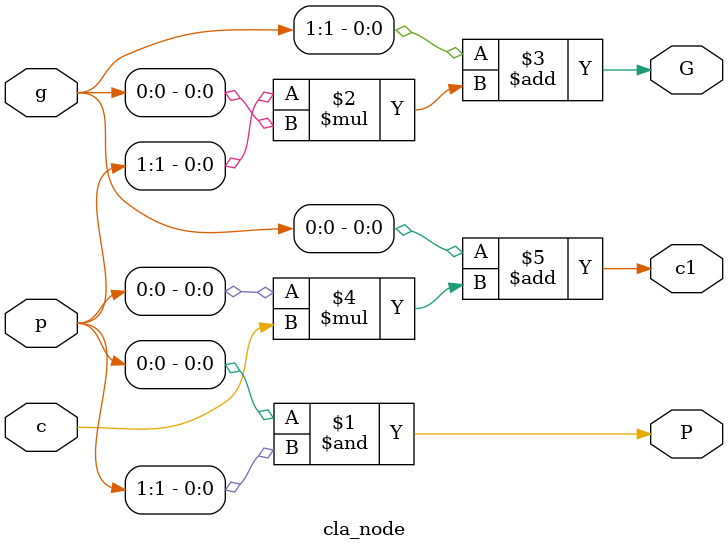
<source format=v>
`timescale 1ns/1ps

module cla_node (
  input [2:0] p,
  input [2:0] g,
  input       c,      
  output      P,
  output      G,
  output      c1
);

   
   assign  P = p[0] & p[1];
   
   assign  G = g[1] + p[1]*g[0];
   
   assign  c1 = g[0] + p[0]*c;
   

endmodule

</source>
